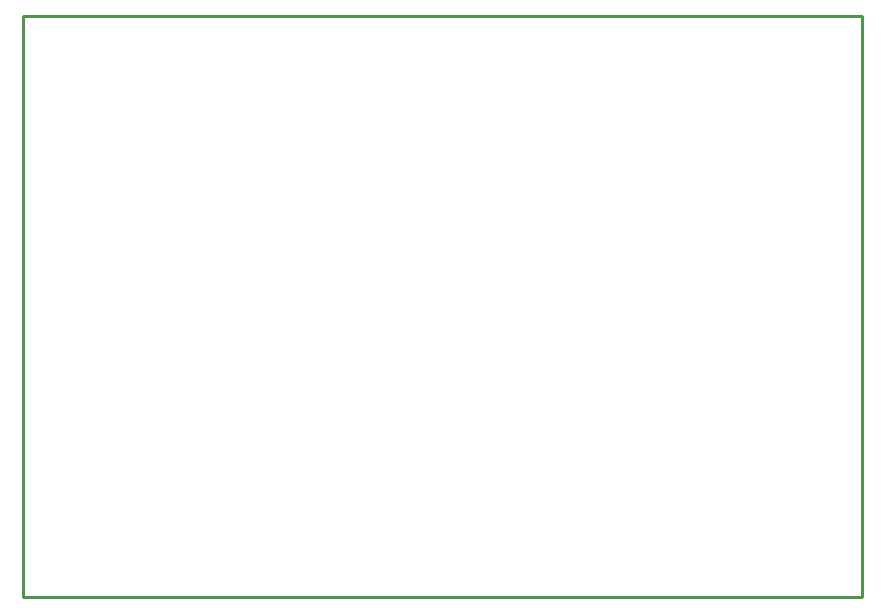
<source format=gbr>
G04 EAGLE Gerber RS-274X export*
G75*
%MOMM*%
%FSLAX34Y34*%
%LPD*%
%IN*%
%IPPOS*%
%AMOC8*
5,1,8,0,0,1.08239X$1,22.5*%
G01*
G04 Define Apertures*
%ADD10C,0.254000*%
D10*
X1270000Y520700D02*
X1981000Y520700D01*
X1981000Y1012700D01*
X1270000Y1012700D01*
X1270000Y520700D01*
M02*

</source>
